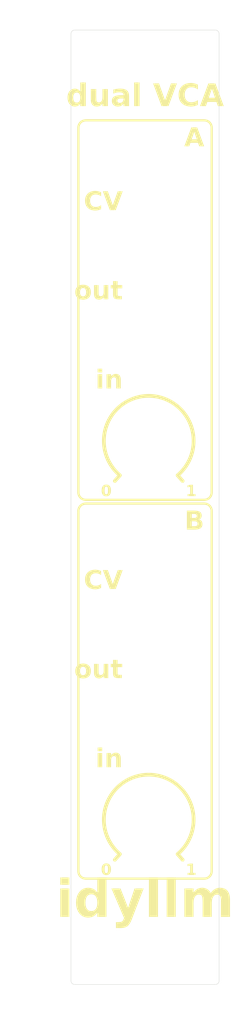
<source format=kicad_pcb>
(kicad_pcb (version 20241229) (generator "pcbnew") (generator_version "9.0")
  (title_block (title "Dual VCA") (date "2025-07-17") (rev "1.0") (company "idyllm") (comment 1 "CC BY-SA 4.0"))
  (layers (0 "F.Cu" signal) (2 "B.Cu" signal) (13 "F.Paste" user) (15 "B.Paste" user) (5 "F.SilkS" user "F.Silkscreen") (7 "B.SilkS" user "B.Silkscreen") (1 "F.Mask" user) (3 "B.Mask" user) (25 "Edge.Cuts" user))
  (net 0 "")
  (footprint "Mounting_Faceplate:PanelHole_AudioJack_M6_6.8mm" (layer "F.Cu") (at 100.5 54)
    (property "Reference" "H3" (hide yes))
    (property "Value" "MountingHole")
    (pad "" np_thru_hole circle (at 0 0) (size 6.8 6.8) (drill 6.8) (layers "*.Cu" "*.Mask"))
  )
  (footprint "Mounting_Faceplate:PanelHole_Potentiometer_M6_6.8mm_13mm_knob" (layer "F.Cu") (at 100.5 91)
    (property "Reference" "H9" (hide yes))
    (property "Value" "MountingHole")
    (pad "" np_thru_hole circle (at 0 0) (size 6.8 6.8) (drill 6.8) (layers "*.Cu" "*.Mask"))
  )
  (footprint "Mounting_Faceplate:PanelHole_AudioJack_M6_6.8mm" (layer "F.Cu") (at 100.5 105)
    (property "Reference" "H6" (hide yes))
    (property "Value" "MountingHole")
    (pad "" np_thru_hole circle (at 0 0) (size 6.8 6.8) (drill 6.8) (layers "*.Cu" "*.Mask"))
  )
  (footprint "Mounting_Faceplate:PanelHole_RailMounting_M3_Slot_3.2mm_x_4.0mm" (layer "F.Cu") (at 97.5 38.75)
    (property "Reference" "H1" (hide yes))
    (property "Value" "MountingHole")
    (pad "" np_thru_hole oval (at 0 0) (size 4 3.2) (drill oval 4 3.2) (layers "*.Cu" "*.Mask"))
  )
  (footprint "Mounting_Faceplate:PanelHole_AudioJack_M6_6.8mm" (layer "F.Cu") (at 100.5 66)
    (property "Reference" "H4" (hide yes))
    (property "Value" "MountingHole")
    (pad "" np_thru_hole circle (at 0 0) (size 6.8 6.8) (drill 6.8) (layers "*.Cu" "*.Mask"))
  )
  (footprint "Mounting_Faceplate:PanelHole_RailMounting_M3_Slot_3.2mm_x_4.0mm" (layer "F.Cu") (at 97.5 161.25)
    (property "Reference" "H2" (hide yes))
    (property "Value" "MountingHole")
    (pad "" np_thru_hole oval (at 0 0) (size 4 3.2) (drill oval 4 3.2) (layers "*.Cu" "*.Mask"))
  )
  (footprint "Mounting_Faceplate:PanelHole_AudioJack_M6_6.8mm" (layer "F.Cu") (at 100.5 78)
    (property "Reference" "H5" (hide yes))
    (property "Value" "MountingHole")
    (pad "" np_thru_hole circle (at 0 0) (size 6.8 6.8) (drill 6.8) (layers "*.Cu" "*.Mask"))
  )
  (footprint "Mounting_Faceplate:PanelHole_AudioJack_M6_6.8mm" (layer "F.Cu") (at 100.5 129)
    (property "Reference" "H10" (hide yes))
    (property "Value" "MountingHole")
    (pad "" np_thru_hole circle (at 0 0) (size 6.8 6.8) (drill 6.8) (layers "*.Cu" "*.Mask"))
  )
  (footprint "Mounting_Faceplate:PanelHole_Potentiometer_M6_6.8mm_13mm_knob" (layer "F.Cu") (at 100.5 142)
    (property "Reference" "H8" (hide yes))
    (property "Value" "MountingHole")
    (pad "" np_thru_hole circle (at 0 0) (size 6.8 6.8) (drill 6.8) (layers "*.Cu" "*.Mask"))
  )
  (footprint "Mounting_Faceplate:PanelHole_AudioJack_M6_6.8mm" (layer "F.Cu") (at 100.5 117)
    (property "Reference" "H7" (hide yes))
    (property "Value" "MountingHole")
    (pad "" np_thru_hole circle (at 0 0) (size 6.8 6.8) (drill 6.8) (layers "*.Cu" "*.Mask"))
  )
  (gr_arc (start 109 98) (mid 108.707107 98.707107) (end 108 99) (stroke (width 0.3)) (layer "F.SilkS"))
  (gr_line (start 104.4 146.697433) (end 105.075 147.459635) (stroke (width 0.5)) (layer "F.SilkS"))
  (gr_line (start 109 100.5) (end 109 149) (stroke (width 0.3)) (layer "F.SilkS"))
  (gr_line (start 92 99.5) (end 108 99.5) (stroke (width 0.3)) (layer "F.SilkS"))
  (gr_arc (start 91 100.5) (mid 91.292893 99.792893) (end 92 99.5) (stroke (width 0.3)) (layer "F.SilkS"))
  (gr_line (start 108 150) (end 92 150) (stroke (width 0.3)) (layer "F.SilkS"))
  (gr_line (start 109 48.9) (end 109 98) (stroke (width 0.3)) (layer "F.SilkS"))
  (gr_line (start 108 99) (end 92 99) (stroke (width 0.3)) (layer "F.SilkS"))
  (gr_arc (start 108 99.5) (mid 108.707107 99.792893) (end 109 100.5) (stroke (width 0.3)) (layer "F.SilkS"))
  (gr_line (start 104.4 95.697433) (end 105.075 96.459635) (stroke (width 0.5)) (layer "F.SilkS"))
  (gr_line (start 91 98) (end 91 48.9) (stroke (width 0.3)) (layer "F.SilkS"))
  (gr_arc (start 92 150) (mid 91.292893 149.707107) (end 91 149) (stroke (width 0.3)) (layer "F.SilkS"))
  (gr_line (start 92 47.9) (end 108 47.9) (stroke (width 0.3)) (layer "F.SilkS"))
  (gr_line (start 96.6 95.697433) (end 95.925 96.459635) (stroke (width 0.5)) (layer "F.SilkS"))
  (gr_line (start 91 149) (end 91 100.5) (stroke (width 0.3)) (layer "F.SilkS"))
  (gr_arc (start 96.6 146.697433) (mid 100.5 136) (end 104.4 146.697433) (stroke (width 0.5)) (layer "F.SilkS"))
  (gr_arc (start 109 149) (mid 108.707107 149.707107) (end 108 150) (stroke (width 0.3)) (layer "F.SilkS"))
  (gr_arc (start 108 47.9) (mid 108.707107 48.192893) (end 109 48.9) (stroke (width 0.3)) (layer "F.SilkS"))
  (gr_arc (start 91 48.9) (mid 91.292893 48.192893) (end 92 47.9) (stroke (width 0.3)) (layer "F.SilkS"))
  (gr_line (start 96.6 146.697433) (end 95.925 147.459635) (stroke (width 0.5)) (layer "F.SilkS"))
  (gr_arc (start 92 99) (mid 91.292893 98.707107) (end 91 98) (stroke (width 0.3)) (layer "F.SilkS"))
  (gr_arc (start 96.6 95.697433) (mid 100.5 85) (end 104.4 95.697433) (stroke (width 0.5)) (layer "F.SilkS"))
  (gr_arc (start 90.5 164.25) (mid 90.146447 164.103553) (end 90 163.75) (stroke (width 0.05)) (layer "Edge.Cuts"))
  (gr_line (start 110 36.25) (end 110 163.75) (stroke (width 0.05)) (layer "Edge.Cuts"))
  (gr_arc (start 90 36.25) (mid 90.146447 35.896447) (end 90.5 35.75) (stroke (width 0.05)) (layer "Edge.Cuts"))
  (gr_line (start 109.5 164.25) (end 90.5 164.25) (stroke (width 0.05)) (layer "Edge.Cuts"))
  (gr_line (start 90.5 35.75) (end 109.5 35.75) (stroke (width 0.05)) (layer "Edge.Cuts"))
  (gr_arc (start 110 163.75) (mid 109.853553 164.103553) (end 109.5 164.25) (stroke (width 0.05)) (layer "Edge.Cuts"))
  (gr_line (start 90 163.75) (end 90 36.25) (stroke (width 0.05)) (layer "Edge.Cuts"))
  (gr_arc (start 109.5 35.75) (mid 109.853553 35.896447) (end 110 36.25) (stroke (width 0.05)) (layer "Edge.Cuts"))
  (gr_text "out" (at 97 69.5 0) (layer "F.SilkS") (effects (font (size 2.5 2.5) (thickness 0.25)) (justify right top)))
  (gr_text "0" (at 95.5 148 0) (layer "F.SilkS") (effects (font (size 1.5 1.5) (thickness 0.25)) (justify right top)))
  (gr_text "1" (at 105.5 148 0) (layer "F.SilkS") (effects (font (size 1.5 1.5) (thickness 0.25)) (justify left top)))
  (gr_text "0" (at 95.5 97 0) (layer "F.SilkS") (effects (font (size 1.5 1.5) (thickness 0.25)) (justify right top)))
  (gr_text "A" (at 108 48.9 0) (layer "F.SilkS") (effects (font (size 2.5 2.5) (thickness 0.25)) (justify right top)))
  (gr_text "out" (at 97 120.5 0) (layer "F.SilkS") (effects (font (size 2.5 2.5) (thickness 0.25)) (justify right top)))
  (gr_text "1" (at 105.5 97 0) (layer "F.SilkS") (effects (font (size 1.5 1.5) (thickness 0.25)) (justify left top)))
  (gr_text "CV" (at 97 108.5 0) (layer "F.SilkS") (effects (font (size 2.5 2.5) (thickness 0.25)) (justify right top)))
  (gr_text "idyllm" (at 100 156 0) (layer "F.SilkS") (effects (font (size 5 5) (thickness 0.8) (bold yes)) (justify bottom)))
  (gr_text "in" (at 97 81.5 0) (layer "F.SilkS") (effects (font (size 2.5 2.5) (thickness 0.25)) (justify right top)))
  (gr_text "B" (at 108 100.5 0) (layer "F.SilkS") (effects (font (size 2.5 2.5) (thickness 0.25)) (justify right top)))
  (gr_text "CV" (at 97 57.5 0) (layer "F.SilkS") (effects (font (size 2.5 2.5) (thickness 0.25)) (justify right top)))
  (gr_text "in" (at 97 132.5 0) (layer "F.SilkS") (effects (font (size 2.5 2.5) (thickness 0.25)) (justify right top)))
  (gr_text "dual VCA" (at 100 46.5 0) (layer "F.SilkS") (effects (font (size 3 3) (thickness 0.25)) (justify bottom)))
)
</source>
